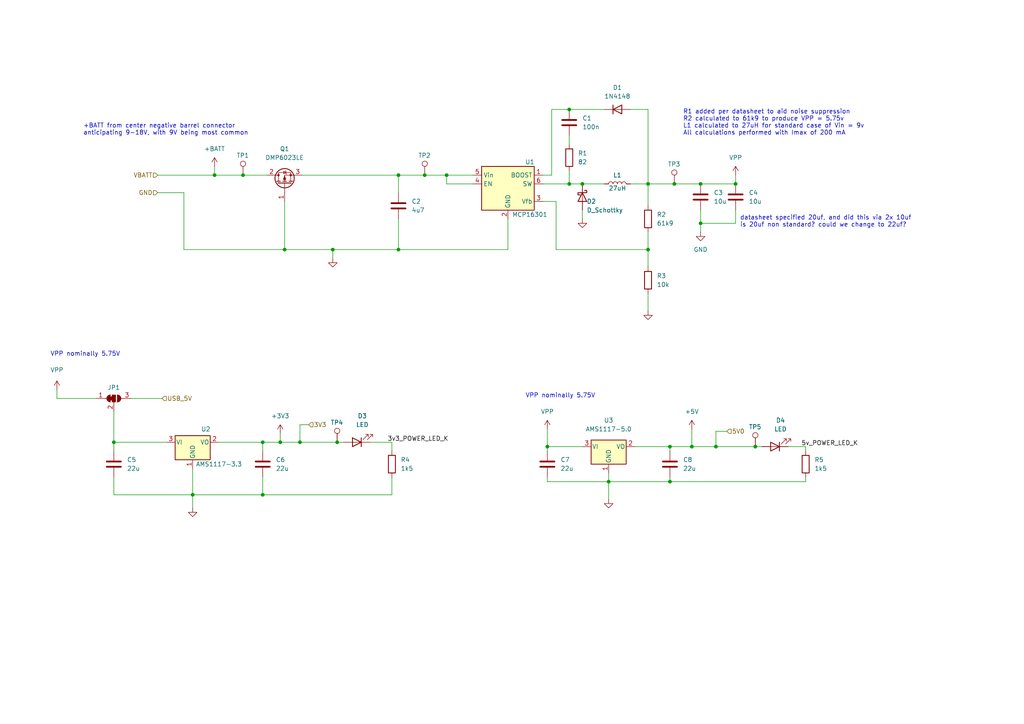
<source format=kicad_sch>
(kicad_sch (version 20211123) (generator eeschema)
  (paper "A4")
  (lib_symbols
    (symbol "Connector:TestPoint" (pin_numbers hide) (pin_names (offset 0.762) hide)
      (property "Reference" "TP" (at 0 6.858 0))
      (property "Value" "TestPoint" (at 0 5.08 0))
      (symbol "TestPoint_0_1"
        (circle (center 0 3.302) (radius 0.762))
      )
      (symbol "TestPoint_1_1"
        (pin passive line (at 0 0 90) (length 2.54) (name "1") (number "1"))
      )
    )
    (symbol "Device:C" (pin_numbers hide) (pin_names (offset 0.254))
      (property "Reference" "C" (at 0.635 2.54 0))
      (property "Value" "C" (at 0.635 -2.54 0))
      (symbol "C_0_1"
        (polyline (pts (xy -2.032 -0.762) (xy 2.032 -0.762)) (stroke (width 0.508)))
        (polyline (pts (xy -2.032 0.762) (xy 2.032 0.762)) (stroke (width 0.508)))
      )
      (symbol "C_1_1"
        (pin passive line (at 0 3.81 270) (length 2.794) (name "~") (number "1"))
        (pin passive line (at 0 -3.81 90) (length 2.794) (name "~") (number "2"))
      )
    )
    (symbol "Device:D" (pin_numbers hide) (pin_names (offset 1.016) hide)
      (property "Reference" "D" (at 0 2.54 0))
      (property "Value" "D" (at 0 -2.54 0))
      (symbol "D_0_1"
        (polyline (pts (xy -1.27 1.27) (xy -1.27 -1.27)) (stroke (width 0.254)))
        (polyline (pts (xy 1.27 0) (xy -1.27 0)))
        (polyline (pts (xy 1.27 1.27) (xy 1.27 -1.27) (xy -1.27 0) (xy 1.27 1.27)) (stroke (width 0.254)))
      )
      (symbol "D_1_1"
        (pin passive line (at -3.81 0 0) (length 2.54) (name "K") (number "1"))
        (pin passive line (at 3.81 0 180) (length 2.54) (name "A") (number "2"))
      )
    )
    (symbol "Device:D_Schottky" (pin_numbers hide) (pin_names (offset 1.016) hide)
      (property "Reference" "D" (at 0 2.54 0))
      (property "Value" "D_Schottky" (at 0 -2.54 0))
      (symbol "D_Schottky_0_1"
        (polyline (pts (xy 1.27 0) (xy -1.27 0)))
        (polyline (pts (xy 1.27 1.27) (xy 1.27 -1.27) (xy -1.27 0) (xy 1.27 1.27)) (stroke (width 0.254)))
        (polyline (pts (xy -1.905 0.635) (xy -1.905 1.27) (xy -1.27 1.27) (xy -1.27 -1.27) (xy -0.635 -1.27) (xy -0.635 -0.635)) (stroke (width 0.254)))
      )
      (symbol "D_Schottky_1_1"
        (pin passive line (at -3.81 0 0) (length 2.54) (name "K") (number "1"))
        (pin passive line (at 3.81 0 180) (length 2.54) (name "A") (number "2"))
      )
    )
    (symbol "Device:L" (pin_numbers hide) (pin_names (offset 1.016) hide)
      (property "Reference" "L" (at -1.27 0 90))
      (property "Value" "L" (at 1.905 0 90))
      (symbol "L_0_1"
        (arc (start 0 -2.54) (mid 0.635 -1.905) (end 0 -1.27))
        (arc (start 0 -1.27) (mid 0.635 -0.635) (end 0 0))
        (arc (start 0 0) (mid 0.635 0.635) (end 0 1.27))
        (arc (start 0 1.27) (mid 0.635 1.905) (end 0 2.54))
      )
      (symbol "L_1_1"
        (pin passive line (at 0 3.81 270) (length 1.27) (name "1") (number "1"))
        (pin passive line (at 0 -3.81 90) (length 1.27) (name "2") (number "2"))
      )
    )
    (symbol "Device:LED" (pin_numbers hide) (pin_names (offset 1.016) hide)
      (property "Reference" "D" (at 0 2.54 0))
      (property "Value" "LED" (at 0 -2.54 0))
      (symbol "LED_0_1"
        (polyline (pts (xy -1.27 -1.27) (xy -1.27 1.27)) (stroke (width 0.254)))
        (polyline (pts (xy -1.27 0) (xy 1.27 0)))
        (polyline (pts (xy 1.27 -1.27) (xy 1.27 1.27) (xy -1.27 0) (xy 1.27 -1.27)) (stroke (width 0.254)))
        (polyline (pts (xy -3.048 -0.762) (xy -4.572 -2.286) (xy -3.81 -2.286) (xy -4.572 -2.286) (xy -4.572 -1.524)))
        (polyline (pts (xy -1.778 -0.762) (xy -3.302 -2.286) (xy -2.54 -2.286) (xy -3.302 -2.286) (xy -3.302 -1.524)))
      )
      (symbol "LED_1_1"
        (pin passive line (at -3.81 0 0) (length 2.54) (name "K") (number "1"))
        (pin passive line (at 3.81 0 180) (length 2.54) (name "A") (number "2"))
      )
    )
    (symbol "Device:Q_PMOS_GDS" (pin_names (offset 0) hide)
      (property "Reference" "Q" (at 5.08 1.27 0))
      (property "Value" "Q_PMOS_GDS" (at 5.08 -1.27 0))
      (symbol "Q_PMOS_GDS_0_1"
        (polyline (pts (xy 0.254 0) (xy -2.54 0)))
        (polyline (pts (xy 0.254 1.905) (xy 0.254 -1.905)) (stroke (width 0.254)))
        (polyline (pts (xy 0.762 -1.27) (xy 0.762 -2.286)) (stroke (width 0.254)))
        (polyline (pts (xy 0.762 0.508) (xy 0.762 -0.508)) (stroke (width 0.254)))
        (polyline (pts (xy 0.762 2.286) (xy 0.762 1.27)) (stroke (width 0.254)))
        (polyline (pts (xy 2.54 2.54) (xy 2.54 1.778)))
        (polyline (pts (xy 2.54 -2.54) (xy 2.54 0) (xy 0.762 0)))
        (polyline (pts (xy 0.762 1.778) (xy 3.302 1.778) (xy 3.302 -1.778) (xy 0.762 -1.778)))
        (polyline (pts (xy 2.286 0) (xy 1.27 0.381) (xy 1.27 -0.381) (xy 2.286 0)) (fill (type outline)))
        (polyline (pts (xy 2.794 -0.508) (xy 2.921 -0.381) (xy 3.683 -0.381) (xy 3.81 -0.254)))
        (polyline (pts (xy 3.302 -0.381) (xy 2.921 0.254) (xy 3.683 0.254) (xy 3.302 -0.381)))
        (circle (center 1.651 0) (radius 2.794) (stroke (width 0.254)))
        (circle (center 2.54 -1.778) (radius 0.254) (fill (type outline)))
        (circle (center 2.54 1.778) (radius 0.254) (fill (type outline)))
      )
      (symbol "Q_PMOS_GDS_1_1"
        (pin input line (at -5.08 0 0) (length 2.54) (name "G") (number "1"))
        (pin passive line (at 2.54 5.08 270) (length 2.54) (name "D") (number "2"))
        (pin passive line (at 2.54 -5.08 90) (length 2.54) (name "S") (number "3"))
      )
    )
    (symbol "Device:R" (pin_numbers hide) (pin_names (offset 0))
      (property "Reference" "R" (at 2.032 0 90))
      (property "Value" "R" (at 0 0 90))
      (symbol "R_0_1"
        (rectangle (start -1.016 -2.54) (end 1.016 2.54) (stroke (width 0.254)))
      )
      (symbol "R_1_1"
        (pin passive line (at 0 3.81 270) (length 1.27) (name "~") (number "1"))
        (pin passive line (at 0 -3.81 90) (length 1.27) (name "~") (number "2"))
      )
    )
    (symbol "Jumper:SolderJumper_3_Bridged12" (pin_names (offset 0) hide)
      (property "Reference" "JP" (at -2.54 -2.54 0))
      (property "Value" "SolderJumper_3_Bridged12" (at 0 2.794 0))
      (symbol "SolderJumper_3_Bridged12_0_1"
        (rectangle (start -1.016 0.508) (end -0.508 -0.508) (fill (type outline)))
        (arc (start -1.016 1.016) (mid -2.032 0) (end -1.016 -1.016))
        (arc (start -1.016 1.016) (mid -2.032 0) (end -1.016 -1.016) (fill (type outline)))
        (rectangle (start -0.508 1.016) (end 0.508 -1.016) (fill (type outline)))
        (polyline (pts (xy -2.54 0) (xy -2.032 0)))
        (polyline (pts (xy -1.016 1.016) (xy -1.016 -1.016)))
        (polyline (pts (xy 0 -1.27) (xy 0 -1.016)))
        (polyline (pts (xy 1.016 1.016) (xy 1.016 -1.016)))
        (polyline (pts (xy 2.54 0) (xy 2.032 0)))
        (arc (start 1.016 -1.016) (mid 2.032 0) (end 1.016 1.016))
        (arc (start 1.016 -1.016) (mid 2.032 0) (end 1.016 1.016) (fill (type outline)))
      )
      (symbol "SolderJumper_3_Bridged12_1_1"
        (pin passive line (at -5.08 0 0) (length 2.54) (name "A") (number "1"))
        (pin passive line (at 0 -3.81 90) (length 2.54) (name "C") (number "2"))
        (pin passive line (at 5.08 0 180) (length 2.54) (name "B") (number "3"))
      )
    )
    (symbol "Regulator_Linear:AMS1117-3.3" (pin_names (offset 0.254))
      (property "Reference" "U" (at -3.81 3.175 0))
      (property "Value" "AMS1117-3.3" (at 0 3.175 0))
      (symbol "AMS1117-3.3_0_1"
        (rectangle (start -5.08 -5.08) (end 5.08 1.905) (stroke (width 0.254)) (fill (type background)))
      )
      (symbol "AMS1117-3.3_1_1"
        (pin power_in line (at 0 -7.62 90) (length 2.54) (name "GND") (number "1"))
        (pin power_out line (at 7.62 0 180) (length 2.54) (name "VO") (number "2"))
        (pin power_in line (at -7.62 0 0) (length 2.54) (name "VI") (number "3"))
      )
    )
    (symbol "Regulator_Linear:AMS1117-5.0" (pin_names (offset 0.254))
      (property "Reference" "U" (at -3.81 3.175 0))
      (property "Value" "AMS1117-5.0" (at 0 3.175 0))
      (symbol "AMS1117-5.0_0_1"
        (rectangle (start -5.08 -5.08) (end 5.08 1.905) (stroke (width 0.254)) (fill (type background)))
      )
      (symbol "AMS1117-5.0_1_1"
        (pin power_in line (at 0 -7.62 90) (length 2.54) (name "GND") (number "1"))
        (pin power_out line (at 7.62 0 180) (length 2.54) (name "VO") (number "2"))
        (pin power_in line (at -7.62 0 0) (length 2.54) (name "VI") (number "3"))
      )
    )
    (symbol "Regulator_Switching:MCP16301"
      (property "Reference" "U" (at -7.62 6.35 0))
      (property "Value" "MCP16301" (at 0 6.35 0))
      (symbol "MCP16301_0_1"
        (rectangle (start -7.62 5.08) (end 7.62 -7.62) (stroke (width 0.254)) (fill (type background)))
      )
      (symbol "MCP16301_1_1"
        (pin output line (at 10.16 2.54 180) (length 2.54) (name "BOOST") (number "1"))
        (pin power_in line (at 0 -10.16 90) (length 2.54) (name "GND") (number "2"))
        (pin input line (at 10.16 -5.08 180) (length 2.54) (name "Vfb") (number "3"))
        (pin input line (at -10.16 0 0) (length 2.54) (name "EN") (number "4"))
        (pin power_in line (at -10.16 2.54 0) (length 2.54) (name "Vin") (number "5"))
        (pin output line (at 10.16 0 180) (length 2.54) (name "SW") (number "6"))
      )
    )
    (symbol "power:+3V3" (power) (pin_names (offset 0))
      (property "Value" "+3V3" (at 0 3.556 0))
      (symbol "+3V3_0_1"
        (polyline (pts (xy -0.762 1.27) (xy 0 2.54)))
        (polyline (pts (xy 0 0) (xy 0 2.54)))
        (polyline (pts (xy 0 2.54) (xy 0.762 1.27)))
      )
      (symbol "+3V3_1_1"
        (pin power_in line (at 0 0 90) (length 0) hide (name "+3V3") (number "1"))
      )
    )
    (symbol "power:+5V" (power) (pin_names (offset 0))
      (property "Value" "+5V" (at 0 3.556 0))
      (symbol "+5V_0_1"
        (polyline (pts (xy -0.762 1.27) (xy 0 2.54)))
        (polyline (pts (xy 0 0) (xy 0 2.54)))
        (polyline (pts (xy 0 2.54) (xy 0.762 1.27)))
      )
      (symbol "+5V_1_1"
        (pin power_in line (at 0 0 90) (length 0) hide (name "+5V") (number "1"))
      )
    )
    (symbol "power:+BATT" (power) (pin_names (offset 0))
      (property "Value" "+BATT" (at 0 3.556 0))
      (symbol "+BATT_0_1"
        (polyline (pts (xy -0.762 1.27) (xy 0 2.54)))
        (polyline (pts (xy 0 0) (xy 0 2.54)))
        (polyline (pts (xy 0 2.54) (xy 0.762 1.27)))
      )
      (symbol "+BATT_1_1"
        (pin power_in line (at 0 0 90) (length 0) hide (name "+BATT") (number "1"))
      )
    )
    (symbol "power:GND" (power) (pin_names (offset 0))
      (property "Value" "GND" (at 0 -3.81 0))
      (symbol "GND_0_1"
        (polyline (pts (xy 0 0) (xy 0 -1.27) (xy 1.27 -1.27) (xy 0 -2.54) (xy -1.27 -1.27) (xy 0 -1.27)))
      )
      (symbol "GND_1_1"
        (pin power_in line (at 0 0 270) (length 0) hide (name "GND") (number "1"))
      )
    )
    (symbol "power:VPP" (power) (pin_names (offset 0))
      (property "Value" "VPP" (at 0 3.81 0))
      (symbol "VPP_0_1"
        (polyline (pts (xy -0.762 1.27) (xy 0 2.54)))
        (polyline (pts (xy 0 0) (xy 0 2.54)))
        (polyline (pts (xy 0 2.54) (xy 0.762 1.27)))
      )
      (symbol "VPP_1_1"
        (pin power_in line (at 0 0 90) (length 0) hide (name "VPP") (number "1"))
      )
    )
  )
  (junction (at 168.91 53.34))
  (junction (at 207.645 129.54))
  (junction (at 96.52 72.39))
  (junction (at 115.57 72.39))
  (junction (at 165.1 31.75))
  (junction (at 115.57 50.8))
  (junction (at 123.19 50.8))
  (junction (at 62.23 50.8))
  (junction (at 219.075 129.54))
  (junction (at 176.53 139.7))
  (junction (at 165.1 53.34))
  (junction (at 187.96 53.34))
  (junction (at 97.79 128.27))
  (junction (at 200.66 129.54))
  (junction (at 76.2 128.27))
  (junction (at 70.485 50.8))
  (junction (at 129.54 50.8))
  (junction (at 158.75 129.54))
  (junction (at 187.96 72.39))
  (junction (at 86.995 128.27))
  (junction (at 213.36 53.34))
  (junction (at 55.88 143.51))
  (junction (at 203.2 53.34))
  (junction (at 203.2 64.77))
  (junction (at 76.2 143.51))
  (junction (at 195.58 53.34))
  (junction (at 33.02 128.27))
  (junction (at 194.31 139.7))
  (junction (at 82.55 72.39))
  (junction (at 81.28 128.27))
  (junction (at 194.31 129.54))
  (wire (pts (xy 207.645 129.54) (xy 207.645 125.095)))
  (wire (pts (xy 158.75 130.81) (xy 158.75 129.54)))
  (wire (pts (xy 195.58 53.34) (xy 203.2 53.34)))
  (wire (pts (xy 200.66 124.46) (xy 200.66 129.54)))
  (wire (pts (xy 107.315 128.27) (xy 113.665 128.27)))
  (wire (pts (xy 219.075 129.54) (xy 220.98 129.54)))
  (wire (pts (xy 187.96 85.09) (xy 187.96 90.17)))
  (wire (pts (xy 182.88 31.75) (xy 187.96 31.75)))
  (wire (pts (xy 82.55 72.39) (xy 53.34 72.39)))
  (wire (pts (xy 129.54 50.8) (xy 137.16 50.8)))
  (wire (pts (xy 233.68 139.7) (xy 194.31 139.7)))
  (wire (pts (xy 86.995 123.19) (xy 89.535 123.19)))
  (wire (pts (xy 213.36 64.77) (xy 203.2 64.77)))
  (wire (pts (xy 97.79 128.27) (xy 99.695 128.27)))
  (wire (pts (xy 62.23 50.8) (xy 70.485 50.8)))
  (wire (pts (xy 70.485 50.8) (xy 77.47 50.8)))
  (wire (pts (xy 33.02 119.38) (xy 33.02 128.27)))
  (wire (pts (xy 113.665 128.27) (xy 113.665 130.81)))
  (wire (pts (xy 115.57 72.39) (xy 96.52 72.39)))
  (wire (pts (xy 33.02 143.51) (xy 55.88 143.51)))
  (wire (pts (xy 158.75 124.46) (xy 158.75 129.54)))
  (wire (pts (xy 194.31 129.54) (xy 194.31 130.81)))
  (wire (pts (xy 62.23 48.26) (xy 62.23 50.8)))
  (wire (pts (xy 165.1 49.53) (xy 165.1 53.34)))
  (wire (pts (xy 147.32 72.39) (xy 115.57 72.39)))
  (wire (pts (xy 33.02 130.81) (xy 33.02 128.27)))
  (wire (pts (xy 203.2 53.34) (xy 213.36 53.34)))
  (wire (pts (xy 165.1 39.37) (xy 165.1 41.91)))
  (wire (pts (xy 86.995 128.27) (xy 97.79 128.27)))
  (wire (pts (xy 45.72 50.8) (xy 62.23 50.8)))
  (wire (pts (xy 233.68 138.43) (xy 233.68 139.7)))
  (wire (pts (xy 76.2 128.27) (xy 81.28 128.27)))
  (wire (pts (xy 161.29 72.39) (xy 187.96 72.39)))
  (wire (pts (xy 213.36 60.96) (xy 213.36 64.77)))
  (wire (pts (xy 213.36 50.8) (xy 213.36 53.34)))
  (wire (pts (xy 33.02 128.27) (xy 48.26 128.27)))
  (wire (pts (xy 158.75 129.54) (xy 168.91 129.54)))
  (wire (pts (xy 123.19 50.8) (xy 129.54 50.8)))
  (wire (pts (xy 115.57 63.5) (xy 115.57 72.39)))
  (wire (pts (xy 200.66 129.54) (xy 207.645 129.54)))
  (wire (pts (xy 203.2 60.96) (xy 203.2 64.77)))
  (wire (pts (xy 160.02 31.75) (xy 165.1 31.75)))
  (wire (pts (xy 187.96 53.34) (xy 195.58 53.34)))
  (wire (pts (xy 113.665 138.43) (xy 113.665 143.51)))
  (wire (pts (xy 187.96 59.69) (xy 187.96 53.34)))
  (wire (pts (xy 158.75 138.43) (xy 158.75 139.7)))
  (wire (pts (xy 113.665 143.51) (xy 76.2 143.51)))
  (wire (pts (xy 55.88 135.89) (xy 55.88 143.51)))
  (wire (pts (xy 187.96 31.75) (xy 187.96 53.34)))
  (wire (pts (xy 81.28 128.27) (xy 86.995 128.27)))
  (wire (pts (xy 187.96 67.31) (xy 187.96 72.39)))
  (wire (pts (xy 38.1 115.57) (xy 46.99 115.57)))
  (wire (pts (xy 228.6 129.54) (xy 233.68 129.54)))
  (wire (pts (xy 81.28 125.73) (xy 81.28 128.27)))
  (wire (pts (xy 87.63 50.8) (xy 115.57 50.8)))
  (wire (pts (xy 16.51 115.57) (xy 27.94 115.57)))
  (wire (pts (xy 187.96 53.34) (xy 182.88 53.34)))
  (wire (pts (xy 147.32 63.5) (xy 147.32 72.39)))
  (wire (pts (xy 33.02 138.43) (xy 33.02 143.51)))
  (wire (pts (xy 176.53 137.16) (xy 176.53 139.7)))
  (wire (pts (xy 194.31 139.7) (xy 194.31 138.43)))
  (wire (pts (xy 176.53 139.7) (xy 194.31 139.7)))
  (wire (pts (xy 160.02 31.75) (xy 160.02 50.8)))
  (wire (pts (xy 129.54 53.34) (xy 129.54 50.8)))
  (wire (pts (xy 137.16 53.34) (xy 129.54 53.34)))
  (wire (pts (xy 45.72 55.88) (xy 53.34 55.88)))
  (wire (pts (xy 187.96 72.39) (xy 187.96 77.47)))
  (wire (pts (xy 233.68 129.54) (xy 233.68 130.81)))
  (wire (pts (xy 53.34 72.39) (xy 53.34 55.88)))
  (wire (pts (xy 161.29 58.42) (xy 161.29 72.39)))
  (wire (pts (xy 115.57 50.8) (xy 123.19 50.8)))
  (wire (pts (xy 157.48 50.8) (xy 160.02 50.8)))
  (wire (pts (xy 168.91 60.96) (xy 168.91 63.5)))
  (wire (pts (xy 165.1 31.75) (xy 175.26 31.75)))
  (wire (pts (xy 16.51 113.03) (xy 16.51 115.57)))
  (wire (pts (xy 115.57 50.8) (xy 115.57 55.88)))
  (wire (pts (xy 82.55 58.42) (xy 82.55 72.39)))
  (wire (pts (xy 76.2 138.43) (xy 76.2 143.51)))
  (wire (pts (xy 194.31 129.54) (xy 200.66 129.54)))
  (wire (pts (xy 63.5 128.27) (xy 76.2 128.27)))
  (wire (pts (xy 55.88 143.51) (xy 76.2 143.51)))
  (wire (pts (xy 55.88 143.51) (xy 55.88 147.32)))
  (wire (pts (xy 207.645 125.095) (xy 210.82 125.095)))
  (wire (pts (xy 184.15 129.54) (xy 194.31 129.54)))
  (wire (pts (xy 157.48 53.34) (xy 165.1 53.34)))
  (wire (pts (xy 86.995 128.27) (xy 86.995 123.19)))
  (wire (pts (xy 168.91 53.34) (xy 175.26 53.34)))
  (wire (pts (xy 96.52 72.39) (xy 96.52 74.93)))
  (wire (pts (xy 207.645 129.54) (xy 219.075 129.54)))
  (wire (pts (xy 176.53 139.7) (xy 176.53 144.78)))
  (wire (pts (xy 76.2 128.27) (xy 76.2 130.81)))
  (wire (pts (xy 157.48 58.42) (xy 161.29 58.42)))
  (wire (pts (xy 203.2 64.77) (xy 203.2 67.31)))
  (wire (pts (xy 158.75 139.7) (xy 176.53 139.7)))
  (wire (pts (xy 96.52 72.39) (xy 82.55 72.39)))
  (wire (pts (xy 165.1 53.34) (xy 168.91 53.34)))
  (text "VPP nominally 5.75V" (at 152.4 115.57 0) (effects (font (size 1.27 1.27)) (justify left bottom)))
  (text "VPP nominally 5.75V" (at 14.605 103.505 0) (effects (font (size 1.27 1.27)) (justify left bottom)))
  (text "R1 added per datasheet to aid noise suppression\nR2 calculated to 61k9 to produce VPP = 5.75v\nL1 calculated to 27uH for standard case of Vin = 9v\nAll calculations performed with Imax of 200 mA" (at 198.12 39.37 0) (effects (font (size 1.27 1.27)) (justify left bottom)))
  (text "datasheet specified 20uf, and did this via 2x 10uf\nis 20uf non standard? could we change to 22uf?" (at 214.63 66.04 0) (effects (font (size 1.27 1.27)) (justify left bottom)))
  (text "+BATT from center negative barrel connector\nanticipating 9-18V, with 9V being most common" (at 24.13 39.37 0) (effects (font (size 1.27 1.27)) (justify left bottom)))
  (label "5v_POWER_LED_K" (at 232.41 129.54 0))
  (label "3v3_POWER_LED_K" (at 112.395 128.27 0))
  (hierarchical_label "3V3" (shape input) (at 89.535 123.19 0))
  (hierarchical_label "5V0" (shape input) (at 210.82 125.095 0))
  (hierarchical_label "VBATT" (shape input) (at 45.72 50.8 180))
  (hierarchical_label "GND" (shape input) (at 45.72 55.88 180))
  (hierarchical_label "USB_5V" (shape input) (at 46.99 115.57 0))
  (symbol (lib_id "power:VPP") (at 213.36 50.8 0) (unit 1)
    (property "Reference" "#PWR02" (effects hide))
    (property "Value" "VPP" (at 213.36 45.72 0))
  )
  (symbol (lib_id "power:+3V3") (at 81.28 125.73 0) (unit 1)
    (property "Reference" "#PWR08" (effects hide))
    (property "Value" "+3V3" (at 81.28 120.65 0))
  )
  (symbol (lib_id "power:GND") (at 187.96 90.17 0) (unit 1)
    (property "Reference" "#PWR06" (effects hide))
    (property "Value" "GND" (effects hide))
  )
  (symbol (lib_id "Device:R") (at 113.665 134.62 0) (unit 1)
    (property "Reference" "R4" (at 116.205 133.3499 0) (effects (justify left)))
    (property "Value" "1k5" (at 116.205 135.8899 0) (effects (justify left)))
  )
  (symbol (lib_id "Device:C") (at 165.1 35.56 0) (unit 1)
    (property "Reference" "C1" (at 168.91 34.2899 0) (effects (justify left)))
    (property "Value" "100n" (at 168.91 36.8299 0) (effects (justify left)))
  )
  (symbol (lib_id "power:GND") (at 176.53 144.78 0) (unit 1)
    (property "Reference" "#PWR012" (effects hide))
    (property "Value" "GND" (effects hide))
  )
  (symbol (lib_id "Device:R") (at 187.96 63.5 0) (unit 1)
    (property "Reference" "R2" (at 190.5 62.2299 0) (effects (justify left)))
    (property "Value" "61k9" (at 190.5 64.7699 0) (effects (justify left)))
  )
  (symbol (lib_id "Device:D") (at 179.07 31.75 0) (unit 1)
    (property "Reference" "D1" (at 179.07 25.4 0))
    (property "Value" "1N4148" (at 179.07 27.94 0))
  )
  (symbol (lib_id "Regulator_Switching:MCP16301") (at 147.32 53.34 0) (unit 1)
    (property "Reference" "U1" (at 153.67 46.99 0))
    (property "Value" "MCP16301" (at 153.67 62.23 0))
    (property "Footprint" "Package_TO_SOT_SMD:SOT-23-6" (effects hide))
    (property "Datasheet" "http://ww1.microchip.com/downloads/en/DeviceDoc/20005004D.pdf" (effects hide))
  )
  (symbol (lib_id "Device:R") (at 165.1 45.72 0) (unit 1)
    (property "Reference" "R1" (at 167.64 44.4499 0) (effects (justify left)))
    (property "Value" "82" (at 167.64 46.9899 0) (effects (justify left)))
  )
  (symbol (lib_id "power:VPP") (at 16.51 113.03 0) (unit 1)
    (property "Reference" "#PWR028" (effects hide))
    (property "Value" "VPP" (at 16.51 107.315 0))
  )
  (symbol (lib_id "Device:C") (at 203.2 57.15 0) (unit 1)
    (property "Reference" "C3" (at 207.01 55.8799 0) (effects (justify left)))
    (property "Value" "10u" (at 207.01 58.4199 0) (effects (justify left)))
  )
  (symbol (lib_id "Device:Q_PMOS_GDS") (at 82.55 53.34 90) (unit 1)
    (property "Reference" "Q1" (at 82.55 43.18 90))
    (property "Value" "DMP6023LE" (at 82.55 45.72 90))
  )
  (symbol (lib_id "Jumper:SolderJumper_3_Bridged12") (at 33.02 115.57 0) (unit 1)
    (property "Reference" "JP1" (at 33.02 112.395 0))
    (property "Value" "SolderJumper_3_Bridged12" (effects hide))
  )
  (symbol (lib_id "Device:LED") (at 224.79 129.54 180) (unit 1)
    (property "Reference" "D4" (at 226.3775 121.92 0))
    (property "Value" "LED" (at 226.3775 124.46 0))
  )
  (symbol (lib_id "power:+5V") (at 200.66 124.46 0) (unit 1)
    (property "Reference" "#PWR011" (effects hide))
    (property "Value" "+5V" (at 200.66 119.38 0))
  )
  (symbol (lib_id "Device:C") (at 33.02 134.62 0) (unit 1)
    (property "Reference" "C5" (at 36.83 133.3499 0) (effects (justify left)))
    (property "Value" "22u" (at 36.83 135.8899 0) (effects (justify left)))
  )
  (symbol (lib_id "Device:R") (at 233.68 134.62 0) (unit 1)
    (property "Reference" "R5" (at 236.22 133.3499 0) (effects (justify left)))
    (property "Value" "1k5" (at 236.22 135.8899 0) (effects (justify left)))
  )
  (symbol (lib_id "Device:LED") (at 103.505 128.27 180) (unit 1)
    (property "Reference" "D3" (at 105.0925 120.65 0))
    (property "Value" "LED" (at 105.0925 123.19 0))
  )
  (symbol (lib_id "Device:C") (at 194.31 134.62 0) (unit 1)
    (property "Reference" "C8" (at 198.12 133.3499 0) (effects (justify left)))
    (property "Value" "22u" (at 198.12 135.8899 0) (effects (justify left)))
  )
  (symbol (lib_id "power:GND") (at 55.88 147.32 0) (unit 1)
    (property "Reference" "#PWR09" (effects hide))
    (property "Value" "GND" (effects hide))
  )
  (symbol (lib_id "power:GND") (at 203.2 67.31 0) (unit 1)
    (property "Reference" "#PWR04" (effects hide))
    (property "Value" "GND" (at 203.2 72.39 0))
  )
  (symbol (lib_id "Connector:TestPoint") (at 97.79 128.27 0) (unit 1)
    (property "Reference" "TP4" (at 95.885 122.555 0) (effects (justify left)))
    (property "Value" "TestPoint" (effects hide))
  )
  (symbol (lib_id "power:+BATT") (at 62.23 48.26 0) (unit 1)
    (property "Reference" "#PWR01" (effects hide))
    (property "Value" "+BATT" (at 62.23 43.18 0))
  )
  (symbol (lib_id "power:GND") (at 96.52 74.93 0) (unit 1)
    (property "Reference" "#PWR05" (effects hide))
    (property "Value" "GND" (effects hide))
  )
  (symbol (lib_id "Device:D_Schottky") (at 168.91 57.15 270) (unit 1)
    (property "Reference" "D2" (at 170.18 58.42 90) (effects (justify left)))
    (property "Value" "D_Schottky" (at 170.18 60.96 90) (effects (justify left)))
  )
  (symbol (lib_id "Regulator_Linear:AMS1117-5.0") (at 176.53 129.54 0) (unit 1)
    (property "Reference" "U3" (at 176.53 121.92 0))
    (property "Value" "AMS1117-5.0" (at 176.53 124.46 0))
    (property "Footprint" "Package_TO_SOT_SMD:SOT-223-3_TabPin2" (effects hide))
    (property "Datasheet" "http://www.advanced-monolithic.com/pdf/ds1117.pdf" (effects hide))
  )
  (symbol (lib_id "Device:R") (at 187.96 81.28 0) (unit 1)
    (property "Reference" "R3" (at 190.5 80.0099 0) (effects (justify left)))
    (property "Value" "10k" (at 190.5 82.5499 0) (effects (justify left)))
  )
  (symbol (lib_id "Connector:TestPoint") (at 123.19 50.8 0) (unit 1)
    (property "Reference" "TP2" (at 121.285 45.085 0) (effects (justify left)))
    (property "Value" "TestPoint" (effects hide))
  )
  (symbol (lib_id "Device:C") (at 115.57 59.69 0) (unit 1)
    (property "Reference" "C2" (at 119.38 58.4199 0) (effects (justify left)))
    (property "Value" "4u7" (at 119.38 60.9599 0) (effects (justify left)))
  )
  (symbol (lib_id "Regulator_Linear:AMS1117-3.3") (at 55.88 128.27 0) (unit 1)
    (property "Reference" "U2" (at 59.69 124.46 0))
    (property "Value" "AMS1117-3.3" (at 63.5 134.62 0))
    (property "Footprint" "Package_TO_SOT_SMD:SOT-223-3_TabPin2" (effects hide))
    (property "Datasheet" "http://www.advanced-monolithic.com/pdf/ds1117.pdf" (effects hide))
  )
  (symbol (lib_id "Device:C") (at 213.36 57.15 0) (unit 1)
    (property "Reference" "C4" (at 217.17 55.8799 0) (effects (justify left)))
    (property "Value" "10u" (at 217.17 58.4199 0) (effects (justify left)))
  )
  (symbol (lib_id "power:VPP") (at 158.75 124.46 0) (unit 1)
    (property "Reference" "#PWR010" (effects hide))
    (property "Value" "VPP" (at 158.75 119.38 0))
  )
  (symbol (lib_id "power:GND") (at 168.91 63.5 0) (unit 1)
    (property "Reference" "#PWR03" (effects hide))
    (property "Value" "GND" (effects hide))
  )
  (symbol (lib_id "Device:L") (at 179.07 53.34 90) (unit 1)
    (property "Reference" "L1" (at 179.07 50.8 90))
    (property "Value" "27uH" (at 179.07 54.61 90))
  )
  (symbol (lib_id "Device:C") (at 76.2 134.62 0) (unit 1)
    (property "Reference" "C6" (at 80.01 133.3499 0) (effects (justify left)))
    (property "Value" "22u" (at 80.01 135.8899 0) (effects (justify left)))
  )
  (symbol (lib_id "Connector:TestPoint") (at 70.485 50.8 0) (unit 1)
    (property "Reference" "TP1" (at 68.58 45.085 0) (effects (justify left)))
    (property "Value" "TestPoint" (effects hide))
  )
  (symbol (lib_id "Connector:TestPoint") (at 219.075 129.54 0) (unit 1)
    (property "Reference" "TP5" (at 217.17 123.825 0) (effects (justify left)))
    (property "Value" "TestPoint" (effects hide))
  )
  (symbol (lib_id "Device:C") (at 158.75 134.62 0) (unit 1)
    (property "Reference" "C7" (at 162.56 133.3499 0) (effects (justify left)))
    (property "Value" "22u" (at 162.56 135.8899 0) (effects (justify left)))
  )
  (symbol (lib_id "Connector:TestPoint") (at 195.58 53.34 0) (unit 1)
    (property "Reference" "TP3" (at 193.675 47.625 0) (effects (justify left)))
    (property "Value" "TestPoint" (effects hide))
  )
)
</source>
